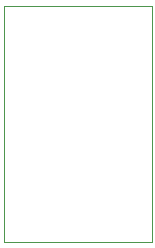
<source format=gbr>
%TF.GenerationSoftware,KiCad,Pcbnew,9.0.5*%
%TF.CreationDate,2025-11-23T07:48:07+11:00*%
%TF.ProjectId,pot-socket,706f742d-736f-4636-9b65-742e6b696361,rev?*%
%TF.SameCoordinates,Original*%
%TF.FileFunction,Profile,NP*%
%FSLAX46Y46*%
G04 Gerber Fmt 4.6, Leading zero omitted, Abs format (unit mm)*
G04 Created by KiCad (PCBNEW 9.0.5) date 2025-11-23 07:48:07*
%MOMM*%
%LPD*%
G01*
G04 APERTURE LIST*
%TA.AperFunction,Profile*%
%ADD10C,0.050000*%
%TD*%
G04 APERTURE END LIST*
D10*
X142500000Y-90000000D02*
X155000000Y-90000000D01*
X155000000Y-110000000D01*
X142500000Y-110000000D01*
X142500000Y-90000000D01*
M02*

</source>
